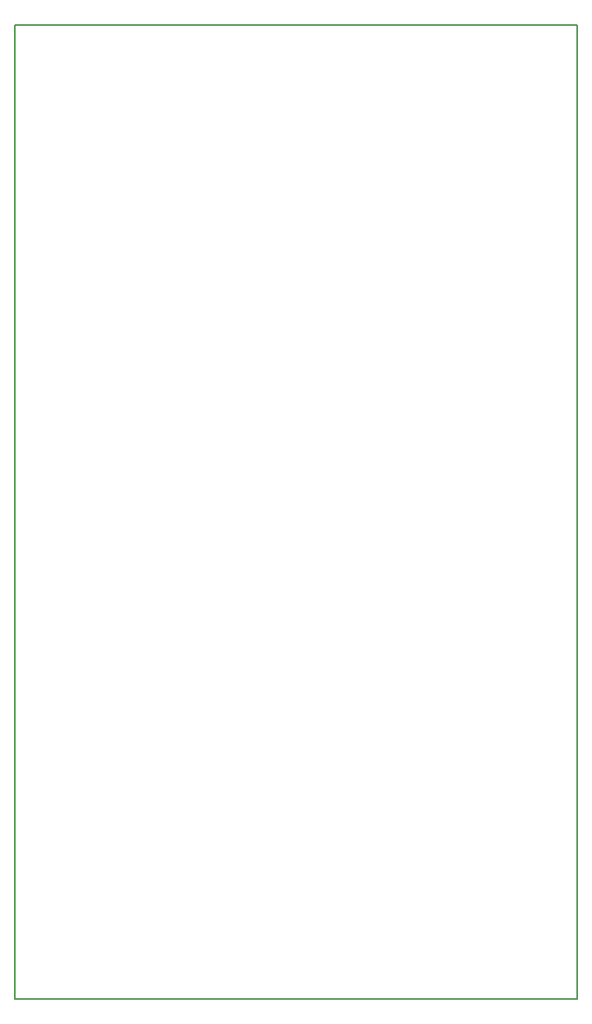
<source format=gbr>
G04 #@! TF.FileFunction,Profile,NP*
%FSLAX46Y46*%
G04 Gerber Fmt 4.6, Leading zero omitted, Abs format (unit mm)*
G04 Created by KiCad (PCBNEW (2015-07-28 BZR 6012)-product) date Fr 07 Aug 2015 18:57:51 CEST*
%MOMM*%
G01*
G04 APERTURE LIST*
%ADD10C,0.100000*%
%ADD11C,0.150000*%
G04 APERTURE END LIST*
D10*
D11*
X112500000Y-57000000D02*
X112500000Y-134000000D01*
X51500000Y-57000000D02*
X112500000Y-57000000D01*
X51500000Y-134000000D02*
X51500000Y-57000000D01*
X112500000Y-162500000D02*
X112500000Y-134000000D01*
X51500000Y-162500000D02*
X112500000Y-162500000D01*
X51500000Y-134000000D02*
X51500000Y-162500000D01*
M02*

</source>
